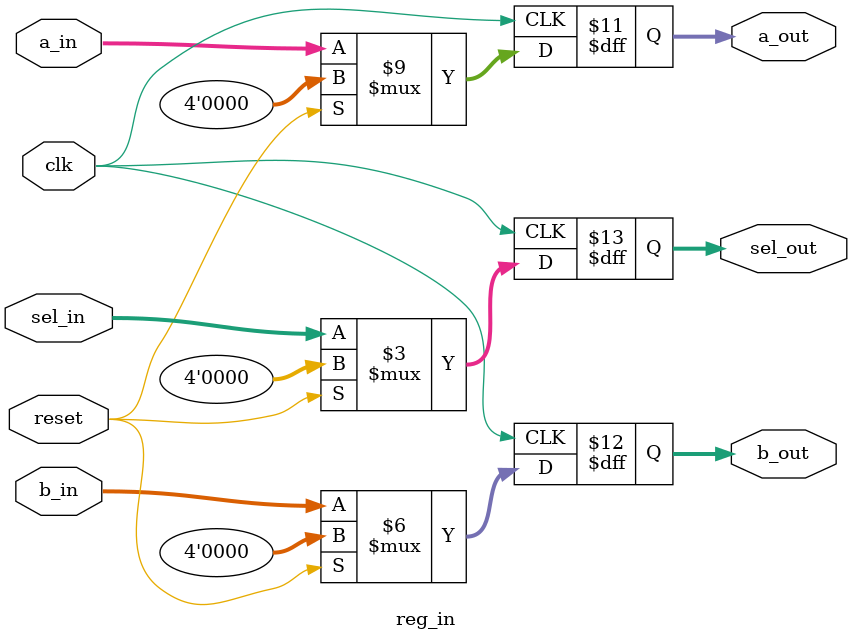
<source format=sv>
module reg_in #(parameter width = 4)(
  input logic clk,  
  input logic reset,
  input logic [width - 1 : 0] a_in,
  input logic [width - 1 : 0] b_in,
  input logic [3:0] sel_in,
  output logic [width - 1 : 0] a_out,
  output logic [width - 1 : 0] b_out,
  output logic [3:0] sel_out
);

// Registro de entrada con clock positivo
always_ff @(posedge clk) begin
  if (reset) begin
     a_out <= '0;
	  b_out <= '0;
	  sel_out <= '0; 
  end else begin
     a_out <= a_in;
	  b_out <= b_in;
	  sel_out <= sel_in;
  end
end


endmodule

</source>
